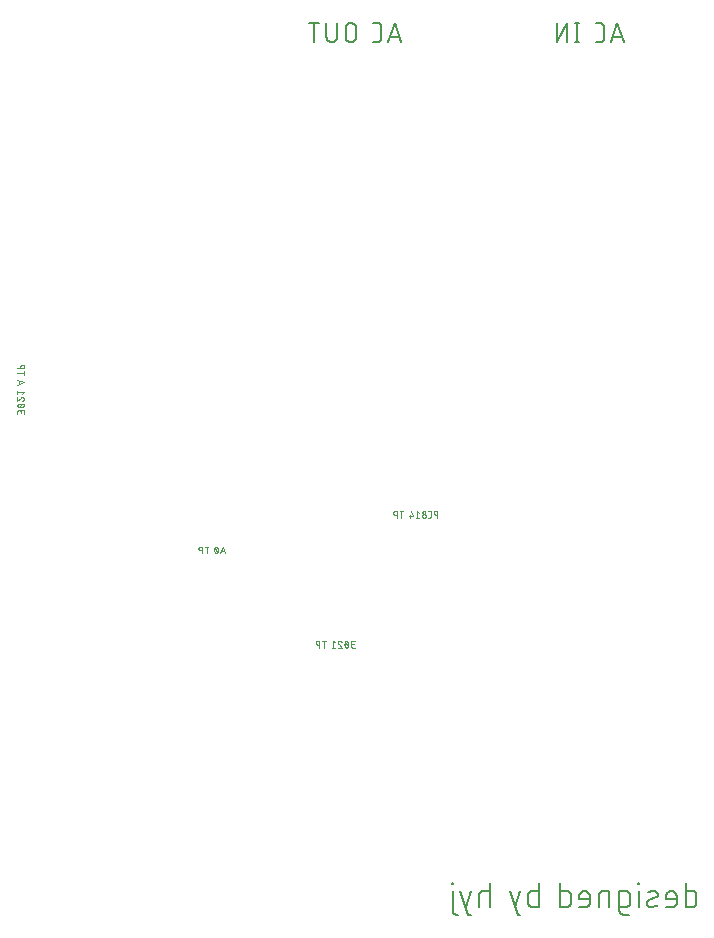
<source format=gbr>
G04 EAGLE Gerber X2 export*
%TF.Part,Single*%
%TF.FileFunction,Legend,Bot,1*%
%TF.FilePolarity,Positive*%
%TF.GenerationSoftware,Autodesk,EAGLE,9.0.0*%
%TF.CreationDate,2019-09-24T12:48:38Z*%
G75*
%MOMM*%
%FSLAX34Y34*%
%LPD*%
%AMOC8*
5,1,8,0,0,1.08239X$1,22.5*%
G01*
%ADD10C,0.152400*%
%ADD11C,0.050800*%
%ADD12C,0.177800*%


D10*
X897590Y742982D02*
X892171Y759238D01*
X886753Y742982D01*
X888107Y747046D02*
X896235Y747046D01*
X877483Y742982D02*
X873870Y742982D01*
X877483Y742982D02*
X877601Y742984D01*
X877719Y742990D01*
X877837Y742999D01*
X877954Y743013D01*
X878071Y743030D01*
X878188Y743051D01*
X878303Y743076D01*
X878418Y743105D01*
X878532Y743138D01*
X878644Y743174D01*
X878755Y743214D01*
X878865Y743257D01*
X878974Y743304D01*
X879081Y743354D01*
X879186Y743409D01*
X879289Y743466D01*
X879390Y743527D01*
X879490Y743591D01*
X879587Y743658D01*
X879682Y743728D01*
X879774Y743802D01*
X879865Y743878D01*
X879952Y743958D01*
X880037Y744040D01*
X880119Y744125D01*
X880199Y744212D01*
X880275Y744303D01*
X880349Y744395D01*
X880419Y744490D01*
X880486Y744587D01*
X880550Y744687D01*
X880611Y744788D01*
X880668Y744891D01*
X880723Y744996D01*
X880773Y745103D01*
X880820Y745212D01*
X880863Y745322D01*
X880903Y745433D01*
X880939Y745545D01*
X880972Y745659D01*
X881001Y745774D01*
X881026Y745889D01*
X881047Y746006D01*
X881064Y746123D01*
X881078Y746240D01*
X881087Y746358D01*
X881093Y746476D01*
X881095Y746594D01*
X881095Y755626D01*
X881093Y755744D01*
X881087Y755862D01*
X881078Y755980D01*
X881064Y756097D01*
X881047Y756214D01*
X881026Y756331D01*
X881001Y756446D01*
X880972Y756561D01*
X880939Y756675D01*
X880903Y756787D01*
X880863Y756898D01*
X880820Y757008D01*
X880773Y757117D01*
X880723Y757224D01*
X880668Y757329D01*
X880611Y757432D01*
X880550Y757533D01*
X880486Y757633D01*
X880419Y757730D01*
X880349Y757825D01*
X880275Y757917D01*
X880199Y758008D01*
X880119Y758095D01*
X880037Y758180D01*
X879952Y758262D01*
X879865Y758342D01*
X879774Y758418D01*
X879682Y758492D01*
X879587Y758562D01*
X879490Y758629D01*
X879390Y758693D01*
X879289Y758754D01*
X879186Y758811D01*
X879081Y758866D01*
X878974Y758916D01*
X878865Y758963D01*
X878755Y759006D01*
X878644Y759046D01*
X878532Y759082D01*
X878418Y759115D01*
X878303Y759144D01*
X878188Y759169D01*
X878071Y759190D01*
X877954Y759207D01*
X877837Y759221D01*
X877719Y759230D01*
X877601Y759236D01*
X877483Y759238D01*
X873870Y759238D01*
X858304Y759238D02*
X858304Y742982D01*
X860110Y742982D02*
X856497Y742982D01*
X856497Y759238D02*
X860110Y759238D01*
X849793Y759238D02*
X849793Y742982D01*
X840762Y742982D02*
X849793Y759238D01*
X840762Y759238D02*
X840762Y742982D01*
X708953Y742982D02*
X703534Y759238D01*
X698115Y742982D01*
X699470Y747046D02*
X707598Y747046D01*
X688845Y742982D02*
X685233Y742982D01*
X688845Y742982D02*
X688963Y742984D01*
X689081Y742990D01*
X689199Y742999D01*
X689316Y743013D01*
X689433Y743030D01*
X689550Y743051D01*
X689665Y743076D01*
X689780Y743105D01*
X689894Y743138D01*
X690006Y743174D01*
X690117Y743214D01*
X690227Y743257D01*
X690336Y743304D01*
X690443Y743354D01*
X690548Y743409D01*
X690651Y743466D01*
X690752Y743527D01*
X690852Y743591D01*
X690949Y743658D01*
X691044Y743728D01*
X691136Y743802D01*
X691227Y743878D01*
X691314Y743958D01*
X691399Y744040D01*
X691481Y744125D01*
X691561Y744212D01*
X691637Y744303D01*
X691711Y744395D01*
X691781Y744490D01*
X691848Y744587D01*
X691912Y744687D01*
X691973Y744788D01*
X692030Y744891D01*
X692085Y744996D01*
X692135Y745103D01*
X692182Y745212D01*
X692225Y745322D01*
X692265Y745433D01*
X692301Y745545D01*
X692334Y745659D01*
X692363Y745774D01*
X692388Y745889D01*
X692409Y746006D01*
X692426Y746123D01*
X692440Y746240D01*
X692449Y746358D01*
X692455Y746476D01*
X692457Y746594D01*
X692458Y746594D02*
X692458Y755626D01*
X692457Y755626D02*
X692455Y755744D01*
X692449Y755862D01*
X692440Y755980D01*
X692426Y756097D01*
X692409Y756214D01*
X692388Y756331D01*
X692363Y756446D01*
X692334Y756561D01*
X692301Y756675D01*
X692265Y756787D01*
X692225Y756898D01*
X692182Y757008D01*
X692135Y757117D01*
X692085Y757224D01*
X692030Y757329D01*
X691973Y757432D01*
X691912Y757533D01*
X691848Y757633D01*
X691781Y757730D01*
X691711Y757825D01*
X691637Y757917D01*
X691561Y758008D01*
X691481Y758095D01*
X691399Y758180D01*
X691314Y758262D01*
X691227Y758342D01*
X691136Y758418D01*
X691044Y758492D01*
X690949Y758562D01*
X690852Y758629D01*
X690752Y758693D01*
X690651Y758754D01*
X690548Y758811D01*
X690443Y758866D01*
X690336Y758916D01*
X690227Y758963D01*
X690117Y759006D01*
X690006Y759046D01*
X689894Y759082D01*
X689780Y759115D01*
X689665Y759144D01*
X689550Y759169D01*
X689433Y759190D01*
X689316Y759207D01*
X689199Y759221D01*
X689081Y759230D01*
X688963Y759236D01*
X688845Y759238D01*
X685233Y759238D01*
X671056Y754722D02*
X671056Y747498D01*
X671056Y754722D02*
X671054Y754855D01*
X671048Y754987D01*
X671038Y755119D01*
X671025Y755251D01*
X671007Y755383D01*
X670986Y755513D01*
X670961Y755644D01*
X670932Y755773D01*
X670899Y755901D01*
X670863Y756029D01*
X670823Y756155D01*
X670779Y756280D01*
X670731Y756404D01*
X670680Y756526D01*
X670625Y756647D01*
X670567Y756766D01*
X670505Y756884D01*
X670440Y756999D01*
X670371Y757113D01*
X670300Y757224D01*
X670224Y757333D01*
X670146Y757440D01*
X670065Y757545D01*
X669980Y757647D01*
X669893Y757747D01*
X669803Y757844D01*
X669710Y757939D01*
X669614Y758030D01*
X669516Y758119D01*
X669415Y758205D01*
X669311Y758288D01*
X669205Y758368D01*
X669097Y758444D01*
X668987Y758518D01*
X668874Y758588D01*
X668760Y758655D01*
X668643Y758718D01*
X668525Y758778D01*
X668405Y758835D01*
X668283Y758888D01*
X668160Y758937D01*
X668036Y758983D01*
X667910Y759025D01*
X667783Y759063D01*
X667655Y759098D01*
X667526Y759129D01*
X667397Y759156D01*
X667266Y759179D01*
X667135Y759199D01*
X667003Y759214D01*
X666871Y759226D01*
X666739Y759234D01*
X666606Y759238D01*
X666474Y759238D01*
X666341Y759234D01*
X666209Y759226D01*
X666077Y759214D01*
X665945Y759199D01*
X665814Y759179D01*
X665683Y759156D01*
X665554Y759129D01*
X665425Y759098D01*
X665297Y759063D01*
X665170Y759025D01*
X665044Y758983D01*
X664920Y758937D01*
X664797Y758888D01*
X664675Y758835D01*
X664555Y758778D01*
X664437Y758718D01*
X664320Y758655D01*
X664206Y758588D01*
X664093Y758518D01*
X663983Y758444D01*
X663875Y758368D01*
X663769Y758288D01*
X663665Y758205D01*
X663564Y758119D01*
X663466Y758030D01*
X663370Y757939D01*
X663277Y757844D01*
X663187Y757747D01*
X663100Y757647D01*
X663015Y757545D01*
X662934Y757440D01*
X662856Y757333D01*
X662780Y757224D01*
X662709Y757113D01*
X662640Y756999D01*
X662575Y756884D01*
X662513Y756766D01*
X662455Y756647D01*
X662400Y756526D01*
X662349Y756404D01*
X662301Y756280D01*
X662257Y756155D01*
X662217Y756029D01*
X662181Y755901D01*
X662148Y755773D01*
X662119Y755644D01*
X662094Y755513D01*
X662073Y755383D01*
X662055Y755251D01*
X662042Y755119D01*
X662032Y754987D01*
X662026Y754855D01*
X662024Y754722D01*
X662025Y754722D02*
X662025Y747498D01*
X662024Y747498D02*
X662026Y747365D01*
X662032Y747233D01*
X662042Y747101D01*
X662055Y746969D01*
X662073Y746837D01*
X662094Y746707D01*
X662119Y746576D01*
X662148Y746447D01*
X662181Y746319D01*
X662217Y746191D01*
X662257Y746065D01*
X662301Y745940D01*
X662349Y745816D01*
X662400Y745694D01*
X662455Y745573D01*
X662513Y745454D01*
X662575Y745336D01*
X662640Y745221D01*
X662709Y745107D01*
X662780Y744996D01*
X662856Y744887D01*
X662934Y744780D01*
X663015Y744675D01*
X663100Y744573D01*
X663187Y744473D01*
X663277Y744376D01*
X663370Y744281D01*
X663466Y744190D01*
X663564Y744101D01*
X663665Y744015D01*
X663769Y743932D01*
X663875Y743852D01*
X663983Y743776D01*
X664093Y743702D01*
X664206Y743632D01*
X664320Y743565D01*
X664437Y743502D01*
X664555Y743442D01*
X664675Y743385D01*
X664797Y743332D01*
X664920Y743283D01*
X665044Y743237D01*
X665170Y743195D01*
X665297Y743157D01*
X665425Y743122D01*
X665554Y743091D01*
X665683Y743064D01*
X665814Y743041D01*
X665945Y743021D01*
X666077Y743006D01*
X666209Y742994D01*
X666341Y742986D01*
X666474Y742982D01*
X666606Y742982D01*
X666739Y742986D01*
X666871Y742994D01*
X667003Y743006D01*
X667135Y743021D01*
X667266Y743041D01*
X667397Y743064D01*
X667526Y743091D01*
X667655Y743122D01*
X667783Y743157D01*
X667910Y743195D01*
X668036Y743237D01*
X668160Y743283D01*
X668283Y743332D01*
X668405Y743385D01*
X668525Y743442D01*
X668643Y743502D01*
X668760Y743565D01*
X668874Y743632D01*
X668987Y743702D01*
X669097Y743776D01*
X669205Y743852D01*
X669311Y743932D01*
X669415Y744015D01*
X669516Y744101D01*
X669614Y744190D01*
X669710Y744281D01*
X669803Y744376D01*
X669893Y744473D01*
X669980Y744573D01*
X670065Y744675D01*
X670146Y744780D01*
X670224Y744887D01*
X670300Y744996D01*
X670371Y745107D01*
X670440Y745221D01*
X670505Y745336D01*
X670567Y745454D01*
X670625Y745573D01*
X670680Y745694D01*
X670731Y745816D01*
X670779Y745940D01*
X670823Y746065D01*
X670863Y746191D01*
X670899Y746319D01*
X670932Y746447D01*
X670961Y746576D01*
X670986Y746707D01*
X671007Y746837D01*
X671025Y746969D01*
X671038Y747101D01*
X671048Y747233D01*
X671054Y747365D01*
X671056Y747498D01*
X654903Y747498D02*
X654903Y759238D01*
X654904Y747498D02*
X654902Y747365D01*
X654896Y747233D01*
X654886Y747101D01*
X654873Y746969D01*
X654855Y746837D01*
X654834Y746707D01*
X654809Y746576D01*
X654780Y746447D01*
X654747Y746319D01*
X654711Y746191D01*
X654671Y746065D01*
X654627Y745940D01*
X654579Y745816D01*
X654528Y745694D01*
X654473Y745573D01*
X654415Y745454D01*
X654353Y745336D01*
X654288Y745221D01*
X654219Y745107D01*
X654148Y744996D01*
X654072Y744887D01*
X653994Y744780D01*
X653913Y744675D01*
X653828Y744573D01*
X653741Y744473D01*
X653651Y744376D01*
X653558Y744281D01*
X653462Y744190D01*
X653364Y744101D01*
X653263Y744015D01*
X653159Y743932D01*
X653053Y743852D01*
X652945Y743776D01*
X652835Y743702D01*
X652722Y743632D01*
X652608Y743565D01*
X652491Y743502D01*
X652373Y743442D01*
X652253Y743385D01*
X652131Y743332D01*
X652008Y743283D01*
X651884Y743237D01*
X651758Y743195D01*
X651631Y743157D01*
X651503Y743122D01*
X651374Y743091D01*
X651245Y743064D01*
X651114Y743041D01*
X650983Y743021D01*
X650851Y743006D01*
X650719Y742994D01*
X650587Y742986D01*
X650454Y742982D01*
X650322Y742982D01*
X650189Y742986D01*
X650057Y742994D01*
X649925Y743006D01*
X649793Y743021D01*
X649662Y743041D01*
X649531Y743064D01*
X649402Y743091D01*
X649273Y743122D01*
X649145Y743157D01*
X649018Y743195D01*
X648892Y743237D01*
X648768Y743283D01*
X648645Y743332D01*
X648523Y743385D01*
X648403Y743442D01*
X648285Y743502D01*
X648168Y743565D01*
X648054Y743632D01*
X647941Y743702D01*
X647831Y743776D01*
X647723Y743852D01*
X647617Y743932D01*
X647513Y744015D01*
X647412Y744101D01*
X647314Y744190D01*
X647218Y744281D01*
X647125Y744376D01*
X647035Y744473D01*
X646948Y744573D01*
X646863Y744675D01*
X646782Y744780D01*
X646704Y744887D01*
X646628Y744996D01*
X646557Y745107D01*
X646488Y745221D01*
X646423Y745336D01*
X646361Y745454D01*
X646303Y745573D01*
X646248Y745694D01*
X646197Y745816D01*
X646149Y745940D01*
X646105Y746065D01*
X646065Y746191D01*
X646029Y746319D01*
X645996Y746447D01*
X645967Y746576D01*
X645942Y746707D01*
X645921Y746837D01*
X645903Y746969D01*
X645890Y747101D01*
X645880Y747233D01*
X645874Y747365D01*
X645872Y747498D01*
X645872Y759238D01*
X635278Y759238D02*
X635278Y742982D01*
X639793Y759238D02*
X630762Y759238D01*
D11*
X384158Y429889D02*
X384158Y428337D01*
X384158Y429889D02*
X384160Y429966D01*
X384166Y430044D01*
X384175Y430120D01*
X384189Y430197D01*
X384206Y430272D01*
X384227Y430346D01*
X384252Y430420D01*
X384280Y430492D01*
X384312Y430562D01*
X384347Y430631D01*
X384386Y430698D01*
X384428Y430763D01*
X384473Y430826D01*
X384521Y430887D01*
X384572Y430945D01*
X384626Y431000D01*
X384683Y431053D01*
X384742Y431102D01*
X384804Y431149D01*
X384868Y431193D01*
X384934Y431233D01*
X385002Y431270D01*
X385072Y431304D01*
X385143Y431334D01*
X385216Y431360D01*
X385290Y431383D01*
X385365Y431402D01*
X385440Y431417D01*
X385517Y431429D01*
X385594Y431437D01*
X385671Y431441D01*
X385749Y431441D01*
X385826Y431437D01*
X385903Y431429D01*
X385980Y431417D01*
X386055Y431402D01*
X386130Y431383D01*
X386204Y431360D01*
X386277Y431334D01*
X386348Y431304D01*
X386418Y431270D01*
X386486Y431233D01*
X386552Y431193D01*
X386616Y431149D01*
X386678Y431102D01*
X386737Y431053D01*
X386794Y431000D01*
X386848Y430945D01*
X386899Y430887D01*
X386947Y430826D01*
X386992Y430763D01*
X387034Y430698D01*
X387073Y430631D01*
X387108Y430562D01*
X387140Y430492D01*
X387168Y430420D01*
X387193Y430346D01*
X387214Y430272D01*
X387231Y430197D01*
X387245Y430120D01*
X387254Y430044D01*
X387260Y429966D01*
X387262Y429889D01*
X389746Y430200D02*
X389746Y428337D01*
X389746Y430200D02*
X389744Y430270D01*
X389738Y430339D01*
X389728Y430408D01*
X389715Y430476D01*
X389697Y430544D01*
X389676Y430610D01*
X389651Y430675D01*
X389623Y430739D01*
X389591Y430801D01*
X389556Y430861D01*
X389517Y430919D01*
X389475Y430974D01*
X389430Y431028D01*
X389382Y431078D01*
X389332Y431126D01*
X389278Y431171D01*
X389223Y431213D01*
X389165Y431252D01*
X389105Y431287D01*
X389043Y431319D01*
X388979Y431347D01*
X388914Y431372D01*
X388848Y431393D01*
X388780Y431411D01*
X388712Y431424D01*
X388643Y431434D01*
X388574Y431440D01*
X388504Y431442D01*
X388434Y431440D01*
X388365Y431434D01*
X388296Y431424D01*
X388228Y431411D01*
X388160Y431393D01*
X388094Y431372D01*
X388029Y431347D01*
X387965Y431319D01*
X387903Y431287D01*
X387843Y431252D01*
X387785Y431213D01*
X387730Y431171D01*
X387676Y431126D01*
X387626Y431078D01*
X387578Y431028D01*
X387533Y430974D01*
X387491Y430919D01*
X387452Y430861D01*
X387417Y430801D01*
X387385Y430739D01*
X387357Y430675D01*
X387332Y430610D01*
X387311Y430544D01*
X387293Y430476D01*
X387280Y430408D01*
X387270Y430339D01*
X387264Y430270D01*
X387262Y430200D01*
X387262Y428958D01*
X386952Y433823D02*
X387083Y433825D01*
X387213Y433830D01*
X387343Y433840D01*
X387473Y433853D01*
X387603Y433869D01*
X387732Y433889D01*
X387860Y433913D01*
X387987Y433941D01*
X388114Y433972D01*
X388240Y434007D01*
X388365Y434045D01*
X388489Y434087D01*
X388611Y434132D01*
X388732Y434181D01*
X388852Y434233D01*
X388970Y434289D01*
X389030Y434312D01*
X389090Y434338D01*
X389147Y434367D01*
X389203Y434400D01*
X389257Y434436D01*
X389309Y434474D01*
X389359Y434516D01*
X389406Y434560D01*
X389451Y434607D01*
X389493Y434657D01*
X389532Y434708D01*
X389568Y434762D01*
X389601Y434818D01*
X389631Y434875D01*
X389658Y434934D01*
X389681Y434995D01*
X389701Y435056D01*
X389717Y435119D01*
X389730Y435183D01*
X389739Y435247D01*
X389744Y435311D01*
X389746Y435376D01*
X389744Y435441D01*
X389739Y435505D01*
X389730Y435569D01*
X389717Y435633D01*
X389701Y435696D01*
X389681Y435757D01*
X389658Y435818D01*
X389631Y435877D01*
X389601Y435934D01*
X389568Y435990D01*
X389532Y436044D01*
X389493Y436095D01*
X389451Y436145D01*
X389406Y436192D01*
X389359Y436236D01*
X389309Y436278D01*
X389257Y436316D01*
X389203Y436352D01*
X389147Y436385D01*
X389090Y436414D01*
X389030Y436440D01*
X388970Y436463D01*
X388970Y436462D02*
X388852Y436518D01*
X388732Y436570D01*
X388611Y436619D01*
X388489Y436664D01*
X388365Y436706D01*
X388240Y436744D01*
X388114Y436779D01*
X387988Y436810D01*
X387860Y436838D01*
X387732Y436862D01*
X387603Y436882D01*
X387473Y436898D01*
X387343Y436911D01*
X387213Y436921D01*
X387083Y436926D01*
X386952Y436928D01*
X386952Y433823D02*
X386821Y433825D01*
X386691Y433830D01*
X386561Y433840D01*
X386431Y433853D01*
X386301Y433869D01*
X386172Y433889D01*
X386044Y433913D01*
X385917Y433941D01*
X385790Y433972D01*
X385664Y434007D01*
X385539Y434045D01*
X385415Y434087D01*
X385293Y434132D01*
X385172Y434181D01*
X385052Y434233D01*
X384934Y434289D01*
X384874Y434312D01*
X384814Y434338D01*
X384757Y434367D01*
X384701Y434400D01*
X384647Y434436D01*
X384595Y434474D01*
X384545Y434516D01*
X384498Y434560D01*
X384453Y434607D01*
X384411Y434657D01*
X384372Y434708D01*
X384336Y434762D01*
X384303Y434818D01*
X384273Y434875D01*
X384246Y434934D01*
X384223Y434995D01*
X384203Y435056D01*
X384187Y435119D01*
X384174Y435183D01*
X384165Y435247D01*
X384160Y435311D01*
X384158Y435376D01*
X384934Y436462D02*
X385052Y436518D01*
X385172Y436570D01*
X385293Y436619D01*
X385415Y436664D01*
X385539Y436706D01*
X385664Y436744D01*
X385790Y436779D01*
X385916Y436810D01*
X386044Y436838D01*
X386172Y436862D01*
X386301Y436882D01*
X386431Y436898D01*
X386561Y436911D01*
X386691Y436921D01*
X386821Y436926D01*
X386952Y436928D01*
X384934Y436463D02*
X384874Y436440D01*
X384814Y436414D01*
X384757Y436385D01*
X384701Y436352D01*
X384647Y436316D01*
X384595Y436278D01*
X384545Y436236D01*
X384498Y436192D01*
X384453Y436145D01*
X384411Y436095D01*
X384372Y436044D01*
X384336Y435990D01*
X384303Y435934D01*
X384273Y435877D01*
X384246Y435818D01*
X384223Y435757D01*
X384203Y435696D01*
X384187Y435633D01*
X384174Y435569D01*
X384165Y435505D01*
X384160Y435441D01*
X384158Y435376D01*
X385400Y434134D02*
X388504Y436617D01*
X389746Y441017D02*
X389744Y441090D01*
X389738Y441163D01*
X389729Y441236D01*
X389715Y441307D01*
X389698Y441379D01*
X389678Y441449D01*
X389653Y441518D01*
X389625Y441585D01*
X389594Y441651D01*
X389559Y441716D01*
X389521Y441778D01*
X389479Y441838D01*
X389435Y441896D01*
X389387Y441952D01*
X389337Y442005D01*
X389284Y442055D01*
X389228Y442103D01*
X389170Y442147D01*
X389110Y442189D01*
X389048Y442227D01*
X388983Y442262D01*
X388917Y442293D01*
X388850Y442321D01*
X388781Y442346D01*
X388711Y442366D01*
X388639Y442383D01*
X388568Y442397D01*
X388495Y442406D01*
X388422Y442412D01*
X388349Y442414D01*
X389746Y441017D02*
X389744Y440933D01*
X389738Y440850D01*
X389729Y440767D01*
X389715Y440685D01*
X389698Y440603D01*
X389676Y440522D01*
X389651Y440442D01*
X389623Y440364D01*
X389591Y440286D01*
X389555Y440211D01*
X389516Y440137D01*
X389473Y440065D01*
X389427Y439995D01*
X389378Y439928D01*
X389325Y439862D01*
X389270Y439800D01*
X389212Y439740D01*
X389151Y439682D01*
X389088Y439628D01*
X389022Y439576D01*
X388954Y439528D01*
X388883Y439483D01*
X388811Y439441D01*
X388736Y439403D01*
X388660Y439368D01*
X388583Y439337D01*
X388504Y439309D01*
X387263Y441948D02*
X387316Y442002D01*
X387373Y442053D01*
X387432Y442101D01*
X387493Y442146D01*
X387556Y442187D01*
X387622Y442226D01*
X387689Y442261D01*
X387758Y442293D01*
X387829Y442321D01*
X387900Y442345D01*
X387973Y442366D01*
X388047Y442383D01*
X388122Y442397D01*
X388197Y442406D01*
X388273Y442412D01*
X388349Y442414D01*
X387262Y441948D02*
X384158Y439310D01*
X384158Y442414D01*
X388504Y444796D02*
X389746Y446348D01*
X384158Y446348D01*
X384158Y444796D02*
X384158Y447900D01*
X384158Y452898D02*
X389746Y454761D01*
X384158Y456623D01*
X385555Y456158D02*
X385555Y453364D01*
X384158Y462807D02*
X389746Y462807D01*
X389746Y461255D02*
X389746Y464360D01*
X389746Y466642D02*
X384158Y466642D01*
X389746Y466642D02*
X389746Y468194D01*
X389744Y468271D01*
X389738Y468349D01*
X389729Y468425D01*
X389715Y468502D01*
X389698Y468577D01*
X389677Y468651D01*
X389652Y468725D01*
X389624Y468797D01*
X389592Y468867D01*
X389557Y468936D01*
X389518Y469003D01*
X389476Y469068D01*
X389431Y469131D01*
X389383Y469192D01*
X389332Y469250D01*
X389278Y469305D01*
X389221Y469358D01*
X389162Y469407D01*
X389100Y469454D01*
X389036Y469498D01*
X388970Y469538D01*
X388902Y469575D01*
X388832Y469609D01*
X388761Y469639D01*
X388688Y469665D01*
X388614Y469688D01*
X388539Y469707D01*
X388464Y469722D01*
X388387Y469734D01*
X388310Y469742D01*
X388233Y469746D01*
X388155Y469746D01*
X388078Y469742D01*
X388001Y469734D01*
X387924Y469722D01*
X387849Y469707D01*
X387774Y469688D01*
X387700Y469665D01*
X387627Y469639D01*
X387556Y469609D01*
X387486Y469575D01*
X387418Y469538D01*
X387352Y469498D01*
X387288Y469454D01*
X387226Y469407D01*
X387167Y469358D01*
X387110Y469305D01*
X387056Y469250D01*
X387005Y469192D01*
X386957Y469131D01*
X386912Y469068D01*
X386870Y469003D01*
X386831Y468936D01*
X386796Y468867D01*
X386764Y468797D01*
X386736Y468725D01*
X386711Y468651D01*
X386690Y468577D01*
X386673Y468502D01*
X386659Y468425D01*
X386650Y468349D01*
X386644Y468271D01*
X386642Y468194D01*
X386642Y466642D01*
X557883Y315842D02*
X559746Y310254D01*
X556021Y310254D02*
X557883Y315842D01*
X556486Y311651D02*
X559280Y311651D01*
X553949Y313048D02*
X553947Y313179D01*
X553942Y313309D01*
X553932Y313439D01*
X553919Y313569D01*
X553903Y313699D01*
X553883Y313828D01*
X553859Y313956D01*
X553831Y314083D01*
X553800Y314210D01*
X553765Y314336D01*
X553727Y314461D01*
X553685Y314585D01*
X553640Y314707D01*
X553591Y314828D01*
X553539Y314948D01*
X553483Y315066D01*
X553484Y315066D02*
X553461Y315126D01*
X553435Y315186D01*
X553406Y315243D01*
X553373Y315299D01*
X553337Y315353D01*
X553299Y315405D01*
X553257Y315455D01*
X553213Y315502D01*
X553166Y315547D01*
X553116Y315589D01*
X553065Y315628D01*
X553011Y315664D01*
X552955Y315697D01*
X552898Y315727D01*
X552839Y315754D01*
X552778Y315777D01*
X552717Y315797D01*
X552654Y315813D01*
X552590Y315826D01*
X552526Y315835D01*
X552462Y315840D01*
X552397Y315842D01*
X552332Y315840D01*
X552268Y315835D01*
X552204Y315826D01*
X552140Y315813D01*
X552077Y315797D01*
X552016Y315777D01*
X551955Y315754D01*
X551896Y315727D01*
X551839Y315697D01*
X551783Y315664D01*
X551729Y315628D01*
X551678Y315589D01*
X551628Y315547D01*
X551581Y315502D01*
X551537Y315455D01*
X551495Y315405D01*
X551457Y315353D01*
X551421Y315299D01*
X551388Y315243D01*
X551359Y315186D01*
X551333Y315126D01*
X551310Y315066D01*
X551254Y314948D01*
X551202Y314828D01*
X551153Y314707D01*
X551108Y314585D01*
X551066Y314461D01*
X551028Y314336D01*
X550993Y314210D01*
X550962Y314084D01*
X550934Y313956D01*
X550910Y313828D01*
X550890Y313699D01*
X550874Y313569D01*
X550861Y313439D01*
X550851Y313309D01*
X550846Y313179D01*
X550844Y313048D01*
X553949Y313048D02*
X553947Y312917D01*
X553942Y312787D01*
X553932Y312657D01*
X553919Y312527D01*
X553903Y312397D01*
X553883Y312269D01*
X553859Y312140D01*
X553831Y312013D01*
X553800Y311886D01*
X553765Y311760D01*
X553727Y311635D01*
X553685Y311512D01*
X553640Y311389D01*
X553591Y311268D01*
X553539Y311148D01*
X553483Y311030D01*
X553484Y311030D02*
X553461Y310970D01*
X553435Y310910D01*
X553406Y310853D01*
X553373Y310797D01*
X553337Y310743D01*
X553299Y310691D01*
X553257Y310641D01*
X553213Y310594D01*
X553166Y310549D01*
X553116Y310507D01*
X553065Y310468D01*
X553011Y310432D01*
X552955Y310399D01*
X552898Y310369D01*
X552839Y310342D01*
X552778Y310319D01*
X552717Y310299D01*
X552654Y310283D01*
X552590Y310270D01*
X552526Y310261D01*
X552462Y310256D01*
X552397Y310254D01*
X551311Y311030D02*
X551255Y311148D01*
X551203Y311268D01*
X551154Y311389D01*
X551109Y311511D01*
X551067Y311635D01*
X551029Y311760D01*
X550994Y311886D01*
X550963Y312012D01*
X550935Y312140D01*
X550911Y312268D01*
X550891Y312397D01*
X550875Y312527D01*
X550862Y312657D01*
X550852Y312787D01*
X550847Y312917D01*
X550845Y313048D01*
X551310Y311030D02*
X551333Y310970D01*
X551359Y310910D01*
X551388Y310853D01*
X551421Y310797D01*
X551457Y310743D01*
X551495Y310691D01*
X551537Y310641D01*
X551581Y310594D01*
X551628Y310549D01*
X551678Y310507D01*
X551729Y310468D01*
X551783Y310432D01*
X551839Y310399D01*
X551896Y310369D01*
X551955Y310342D01*
X552016Y310319D01*
X552077Y310299D01*
X552140Y310283D01*
X552204Y310270D01*
X552268Y310261D01*
X552332Y310256D01*
X552397Y310254D01*
X553639Y311496D02*
X551155Y314600D01*
X544350Y315842D02*
X544350Y310254D01*
X545903Y315842D02*
X542798Y315842D01*
X540516Y315842D02*
X540516Y310254D01*
X540516Y315842D02*
X538964Y315842D01*
X538887Y315840D01*
X538809Y315834D01*
X538733Y315825D01*
X538656Y315811D01*
X538581Y315794D01*
X538507Y315773D01*
X538433Y315748D01*
X538361Y315720D01*
X538291Y315688D01*
X538222Y315653D01*
X538155Y315614D01*
X538090Y315572D01*
X538027Y315527D01*
X537966Y315479D01*
X537908Y315428D01*
X537853Y315374D01*
X537800Y315317D01*
X537751Y315258D01*
X537704Y315196D01*
X537660Y315132D01*
X537620Y315066D01*
X537583Y314998D01*
X537549Y314928D01*
X537519Y314857D01*
X537493Y314784D01*
X537470Y314710D01*
X537451Y314635D01*
X537436Y314560D01*
X537424Y314483D01*
X537416Y314406D01*
X537412Y314329D01*
X537412Y314251D01*
X537416Y314174D01*
X537424Y314097D01*
X537436Y314020D01*
X537451Y313945D01*
X537470Y313870D01*
X537493Y313796D01*
X537519Y313723D01*
X537549Y313652D01*
X537583Y313582D01*
X537620Y313514D01*
X537660Y313448D01*
X537704Y313384D01*
X537751Y313322D01*
X537800Y313263D01*
X537853Y313206D01*
X537908Y313152D01*
X537966Y313101D01*
X538027Y313053D01*
X538090Y313008D01*
X538155Y312966D01*
X538222Y312927D01*
X538291Y312892D01*
X538361Y312860D01*
X538433Y312832D01*
X538507Y312807D01*
X538581Y312786D01*
X538656Y312769D01*
X538733Y312755D01*
X538809Y312746D01*
X538887Y312740D01*
X538964Y312738D01*
X540516Y312738D01*
X739746Y340254D02*
X739746Y345842D01*
X738194Y345842D01*
X738117Y345840D01*
X738039Y345834D01*
X737963Y345825D01*
X737886Y345811D01*
X737811Y345794D01*
X737737Y345773D01*
X737663Y345748D01*
X737591Y345720D01*
X737521Y345688D01*
X737452Y345653D01*
X737385Y345614D01*
X737320Y345572D01*
X737257Y345527D01*
X737196Y345479D01*
X737138Y345428D01*
X737083Y345374D01*
X737030Y345317D01*
X736981Y345258D01*
X736934Y345196D01*
X736890Y345132D01*
X736850Y345066D01*
X736813Y344998D01*
X736779Y344928D01*
X736749Y344857D01*
X736723Y344784D01*
X736700Y344710D01*
X736681Y344635D01*
X736666Y344560D01*
X736654Y344483D01*
X736646Y344406D01*
X736642Y344329D01*
X736642Y344251D01*
X736646Y344174D01*
X736654Y344097D01*
X736666Y344020D01*
X736681Y343945D01*
X736700Y343870D01*
X736723Y343796D01*
X736749Y343723D01*
X736779Y343652D01*
X736813Y343582D01*
X736850Y343514D01*
X736890Y343448D01*
X736934Y343384D01*
X736981Y343322D01*
X737030Y343263D01*
X737083Y343206D01*
X737138Y343152D01*
X737196Y343101D01*
X737257Y343053D01*
X737320Y343008D01*
X737385Y342966D01*
X737452Y342927D01*
X737521Y342892D01*
X737591Y342860D01*
X737663Y342832D01*
X737737Y342807D01*
X737811Y342786D01*
X737886Y342769D01*
X737963Y342755D01*
X738039Y342746D01*
X738117Y342740D01*
X738194Y342738D01*
X739746Y342738D01*
X733300Y340254D02*
X732058Y340254D01*
X733300Y340254D02*
X733370Y340256D01*
X733439Y340262D01*
X733508Y340272D01*
X733576Y340285D01*
X733644Y340303D01*
X733710Y340324D01*
X733775Y340349D01*
X733839Y340377D01*
X733901Y340409D01*
X733961Y340444D01*
X734019Y340483D01*
X734074Y340525D01*
X734128Y340570D01*
X734178Y340618D01*
X734226Y340668D01*
X734271Y340722D01*
X734313Y340777D01*
X734352Y340835D01*
X734387Y340895D01*
X734419Y340957D01*
X734447Y341021D01*
X734472Y341086D01*
X734493Y341152D01*
X734511Y341220D01*
X734524Y341288D01*
X734534Y341357D01*
X734540Y341426D01*
X734542Y341496D01*
X734542Y344600D01*
X734540Y344670D01*
X734534Y344739D01*
X734524Y344808D01*
X734511Y344876D01*
X734493Y344944D01*
X734472Y345010D01*
X734447Y345075D01*
X734419Y345139D01*
X734387Y345201D01*
X734352Y345261D01*
X734313Y345319D01*
X734271Y345374D01*
X734226Y345428D01*
X734178Y345478D01*
X734128Y345526D01*
X734074Y345571D01*
X734019Y345613D01*
X733961Y345652D01*
X733901Y345687D01*
X733839Y345719D01*
X733775Y345747D01*
X733710Y345772D01*
X733644Y345793D01*
X733576Y345811D01*
X733508Y345824D01*
X733439Y345834D01*
X733370Y345840D01*
X733300Y345842D01*
X732058Y345842D01*
X729953Y341806D02*
X729951Y341883D01*
X729945Y341961D01*
X729936Y342037D01*
X729922Y342114D01*
X729905Y342189D01*
X729884Y342263D01*
X729859Y342337D01*
X729831Y342409D01*
X729799Y342479D01*
X729764Y342548D01*
X729725Y342615D01*
X729683Y342680D01*
X729638Y342743D01*
X729590Y342804D01*
X729539Y342862D01*
X729485Y342917D01*
X729428Y342970D01*
X729369Y343019D01*
X729307Y343066D01*
X729243Y343110D01*
X729177Y343150D01*
X729109Y343187D01*
X729039Y343221D01*
X728968Y343251D01*
X728895Y343277D01*
X728821Y343300D01*
X728746Y343319D01*
X728671Y343334D01*
X728594Y343346D01*
X728517Y343354D01*
X728440Y343358D01*
X728362Y343358D01*
X728285Y343354D01*
X728208Y343346D01*
X728131Y343334D01*
X728056Y343319D01*
X727981Y343300D01*
X727907Y343277D01*
X727834Y343251D01*
X727763Y343221D01*
X727693Y343187D01*
X727625Y343150D01*
X727559Y343110D01*
X727495Y343066D01*
X727433Y343019D01*
X727374Y342970D01*
X727317Y342917D01*
X727263Y342862D01*
X727212Y342804D01*
X727164Y342743D01*
X727119Y342680D01*
X727077Y342615D01*
X727038Y342548D01*
X727003Y342479D01*
X726971Y342409D01*
X726943Y342337D01*
X726918Y342263D01*
X726897Y342189D01*
X726880Y342114D01*
X726866Y342037D01*
X726857Y341961D01*
X726851Y341883D01*
X726849Y341806D01*
X726851Y341729D01*
X726857Y341651D01*
X726866Y341575D01*
X726880Y341498D01*
X726897Y341423D01*
X726918Y341349D01*
X726943Y341275D01*
X726971Y341203D01*
X727003Y341133D01*
X727038Y341064D01*
X727077Y340997D01*
X727119Y340932D01*
X727164Y340869D01*
X727212Y340808D01*
X727263Y340750D01*
X727317Y340695D01*
X727374Y340642D01*
X727433Y340593D01*
X727495Y340546D01*
X727559Y340502D01*
X727625Y340462D01*
X727693Y340425D01*
X727763Y340391D01*
X727834Y340361D01*
X727907Y340335D01*
X727981Y340312D01*
X728056Y340293D01*
X728131Y340278D01*
X728208Y340266D01*
X728285Y340258D01*
X728362Y340254D01*
X728440Y340254D01*
X728517Y340258D01*
X728594Y340266D01*
X728671Y340278D01*
X728746Y340293D01*
X728821Y340312D01*
X728895Y340335D01*
X728968Y340361D01*
X729039Y340391D01*
X729109Y340425D01*
X729177Y340462D01*
X729243Y340502D01*
X729307Y340546D01*
X729369Y340593D01*
X729428Y340642D01*
X729485Y340695D01*
X729539Y340750D01*
X729590Y340808D01*
X729638Y340869D01*
X729683Y340932D01*
X729725Y340997D01*
X729764Y341064D01*
X729799Y341133D01*
X729831Y341203D01*
X729859Y341275D01*
X729884Y341349D01*
X729905Y341423D01*
X729922Y341498D01*
X729936Y341575D01*
X729945Y341651D01*
X729951Y341729D01*
X729953Y341806D01*
X729643Y344600D02*
X729641Y344670D01*
X729635Y344739D01*
X729625Y344808D01*
X729612Y344876D01*
X729594Y344944D01*
X729573Y345010D01*
X729548Y345075D01*
X729520Y345139D01*
X729488Y345201D01*
X729453Y345261D01*
X729414Y345319D01*
X729372Y345374D01*
X729327Y345428D01*
X729279Y345478D01*
X729229Y345526D01*
X729175Y345571D01*
X729120Y345613D01*
X729062Y345652D01*
X729002Y345687D01*
X728940Y345719D01*
X728876Y345747D01*
X728811Y345772D01*
X728745Y345793D01*
X728677Y345811D01*
X728609Y345824D01*
X728540Y345834D01*
X728471Y345840D01*
X728401Y345842D01*
X728331Y345840D01*
X728262Y345834D01*
X728193Y345824D01*
X728125Y345811D01*
X728057Y345793D01*
X727991Y345772D01*
X727926Y345747D01*
X727862Y345719D01*
X727800Y345687D01*
X727740Y345652D01*
X727682Y345613D01*
X727627Y345571D01*
X727573Y345526D01*
X727523Y345478D01*
X727475Y345428D01*
X727430Y345374D01*
X727388Y345319D01*
X727349Y345261D01*
X727314Y345201D01*
X727282Y345139D01*
X727254Y345075D01*
X727229Y345010D01*
X727208Y344944D01*
X727190Y344876D01*
X727177Y344808D01*
X727167Y344739D01*
X727161Y344670D01*
X727159Y344600D01*
X727161Y344530D01*
X727167Y344461D01*
X727177Y344392D01*
X727190Y344324D01*
X727208Y344256D01*
X727229Y344190D01*
X727254Y344125D01*
X727282Y344061D01*
X727314Y343999D01*
X727349Y343939D01*
X727388Y343881D01*
X727430Y343826D01*
X727475Y343772D01*
X727523Y343722D01*
X727573Y343674D01*
X727627Y343629D01*
X727682Y343587D01*
X727740Y343548D01*
X727800Y343513D01*
X727862Y343481D01*
X727926Y343453D01*
X727991Y343428D01*
X728057Y343407D01*
X728125Y343389D01*
X728193Y343376D01*
X728262Y343366D01*
X728331Y343360D01*
X728401Y343358D01*
X728471Y343360D01*
X728540Y343366D01*
X728609Y343376D01*
X728677Y343389D01*
X728745Y343407D01*
X728811Y343428D01*
X728876Y343453D01*
X728940Y343481D01*
X729002Y343513D01*
X729062Y343548D01*
X729120Y343587D01*
X729175Y343629D01*
X729229Y343674D01*
X729279Y343722D01*
X729327Y343772D01*
X729372Y343826D01*
X729414Y343881D01*
X729453Y343939D01*
X729488Y343999D01*
X729520Y344061D01*
X729548Y344125D01*
X729573Y344190D01*
X729594Y344256D01*
X729612Y344324D01*
X729625Y344392D01*
X729635Y344461D01*
X729641Y344530D01*
X729643Y344600D01*
X724467Y344600D02*
X722915Y345842D01*
X722915Y340254D01*
X724467Y340254D02*
X721363Y340254D01*
X718981Y341496D02*
X717739Y345842D01*
X718981Y341496D02*
X715876Y341496D01*
X716808Y342738D02*
X716808Y340254D01*
X709382Y340254D02*
X709382Y345842D01*
X710934Y345842D02*
X707830Y345842D01*
X705548Y345842D02*
X705548Y340254D01*
X705548Y345842D02*
X703995Y345842D01*
X703918Y345840D01*
X703840Y345834D01*
X703764Y345825D01*
X703687Y345811D01*
X703612Y345794D01*
X703538Y345773D01*
X703464Y345748D01*
X703392Y345720D01*
X703322Y345688D01*
X703253Y345653D01*
X703186Y345614D01*
X703121Y345572D01*
X703058Y345527D01*
X702997Y345479D01*
X702939Y345428D01*
X702884Y345374D01*
X702831Y345317D01*
X702782Y345258D01*
X702735Y345196D01*
X702691Y345132D01*
X702651Y345066D01*
X702614Y344998D01*
X702580Y344928D01*
X702550Y344857D01*
X702524Y344784D01*
X702501Y344710D01*
X702482Y344635D01*
X702467Y344560D01*
X702455Y344483D01*
X702447Y344406D01*
X702443Y344329D01*
X702443Y344251D01*
X702447Y344174D01*
X702455Y344097D01*
X702467Y344020D01*
X702482Y343945D01*
X702501Y343870D01*
X702524Y343796D01*
X702550Y343723D01*
X702580Y343652D01*
X702614Y343582D01*
X702651Y343514D01*
X702691Y343448D01*
X702735Y343384D01*
X702782Y343322D01*
X702831Y343263D01*
X702884Y343206D01*
X702939Y343152D01*
X702997Y343101D01*
X703058Y343053D01*
X703121Y343008D01*
X703186Y342966D01*
X703253Y342927D01*
X703322Y342892D01*
X703392Y342860D01*
X703464Y342832D01*
X703538Y342807D01*
X703612Y342786D01*
X703687Y342769D01*
X703764Y342755D01*
X703840Y342746D01*
X703918Y342740D01*
X703995Y342738D01*
X705548Y342738D01*
X669746Y230254D02*
X668194Y230254D01*
X668117Y230256D01*
X668039Y230262D01*
X667963Y230271D01*
X667886Y230285D01*
X667811Y230302D01*
X667737Y230323D01*
X667663Y230348D01*
X667591Y230376D01*
X667521Y230408D01*
X667452Y230443D01*
X667385Y230482D01*
X667320Y230524D01*
X667257Y230569D01*
X667196Y230617D01*
X667138Y230668D01*
X667083Y230722D01*
X667030Y230779D01*
X666981Y230838D01*
X666934Y230900D01*
X666890Y230964D01*
X666850Y231030D01*
X666813Y231098D01*
X666779Y231168D01*
X666749Y231239D01*
X666723Y231312D01*
X666700Y231386D01*
X666681Y231461D01*
X666666Y231536D01*
X666654Y231613D01*
X666646Y231690D01*
X666642Y231767D01*
X666642Y231845D01*
X666646Y231922D01*
X666654Y231999D01*
X666666Y232076D01*
X666681Y232151D01*
X666700Y232226D01*
X666723Y232300D01*
X666749Y232373D01*
X666779Y232444D01*
X666813Y232514D01*
X666850Y232582D01*
X666890Y232648D01*
X666934Y232712D01*
X666981Y232774D01*
X667030Y232833D01*
X667083Y232890D01*
X667138Y232944D01*
X667196Y232995D01*
X667257Y233043D01*
X667320Y233088D01*
X667385Y233130D01*
X667452Y233169D01*
X667521Y233204D01*
X667591Y233236D01*
X667663Y233264D01*
X667737Y233289D01*
X667811Y233310D01*
X667886Y233327D01*
X667963Y233341D01*
X668039Y233350D01*
X668117Y233356D01*
X668194Y233358D01*
X667883Y235842D02*
X669746Y235842D01*
X667883Y235842D02*
X667813Y235840D01*
X667744Y235834D01*
X667675Y235824D01*
X667607Y235811D01*
X667539Y235793D01*
X667473Y235772D01*
X667408Y235747D01*
X667344Y235719D01*
X667282Y235687D01*
X667222Y235652D01*
X667164Y235613D01*
X667109Y235571D01*
X667055Y235526D01*
X667005Y235478D01*
X666957Y235428D01*
X666912Y235374D01*
X666870Y235319D01*
X666831Y235261D01*
X666796Y235201D01*
X666764Y235139D01*
X666736Y235075D01*
X666711Y235010D01*
X666690Y234944D01*
X666672Y234876D01*
X666659Y234808D01*
X666649Y234739D01*
X666643Y234670D01*
X666641Y234600D01*
X666643Y234530D01*
X666649Y234461D01*
X666659Y234392D01*
X666672Y234324D01*
X666690Y234256D01*
X666711Y234190D01*
X666736Y234125D01*
X666764Y234061D01*
X666796Y233999D01*
X666831Y233939D01*
X666870Y233881D01*
X666912Y233826D01*
X666957Y233772D01*
X667005Y233722D01*
X667055Y233674D01*
X667109Y233629D01*
X667164Y233587D01*
X667222Y233548D01*
X667282Y233513D01*
X667344Y233481D01*
X667408Y233453D01*
X667473Y233428D01*
X667539Y233407D01*
X667607Y233389D01*
X667675Y233376D01*
X667744Y233366D01*
X667813Y233360D01*
X667883Y233358D01*
X669125Y233358D01*
X664260Y233048D02*
X664258Y233179D01*
X664253Y233309D01*
X664243Y233439D01*
X664230Y233569D01*
X664214Y233699D01*
X664194Y233828D01*
X664170Y233956D01*
X664142Y234083D01*
X664111Y234210D01*
X664076Y234336D01*
X664038Y234461D01*
X663996Y234585D01*
X663951Y234707D01*
X663902Y234828D01*
X663850Y234948D01*
X663794Y235066D01*
X663771Y235126D01*
X663745Y235186D01*
X663716Y235243D01*
X663683Y235299D01*
X663647Y235353D01*
X663609Y235405D01*
X663567Y235455D01*
X663523Y235502D01*
X663476Y235547D01*
X663426Y235589D01*
X663375Y235628D01*
X663321Y235664D01*
X663265Y235697D01*
X663208Y235727D01*
X663149Y235754D01*
X663088Y235777D01*
X663027Y235797D01*
X662964Y235813D01*
X662900Y235826D01*
X662836Y235835D01*
X662772Y235840D01*
X662707Y235842D01*
X662642Y235840D01*
X662578Y235835D01*
X662514Y235826D01*
X662450Y235813D01*
X662387Y235797D01*
X662326Y235777D01*
X662265Y235754D01*
X662206Y235727D01*
X662149Y235697D01*
X662093Y235664D01*
X662039Y235628D01*
X661988Y235589D01*
X661938Y235547D01*
X661891Y235502D01*
X661847Y235455D01*
X661805Y235405D01*
X661767Y235353D01*
X661731Y235299D01*
X661698Y235243D01*
X661669Y235186D01*
X661643Y235126D01*
X661620Y235066D01*
X661621Y235066D02*
X661565Y234948D01*
X661513Y234828D01*
X661464Y234707D01*
X661419Y234585D01*
X661377Y234461D01*
X661339Y234336D01*
X661304Y234210D01*
X661273Y234084D01*
X661245Y233956D01*
X661221Y233828D01*
X661201Y233699D01*
X661185Y233569D01*
X661172Y233439D01*
X661162Y233309D01*
X661157Y233179D01*
X661155Y233048D01*
X664259Y233048D02*
X664257Y232917D01*
X664252Y232787D01*
X664242Y232657D01*
X664229Y232527D01*
X664213Y232397D01*
X664193Y232269D01*
X664169Y232140D01*
X664141Y232013D01*
X664110Y231886D01*
X664075Y231760D01*
X664037Y231635D01*
X663995Y231512D01*
X663950Y231389D01*
X663901Y231268D01*
X663849Y231148D01*
X663793Y231030D01*
X663794Y231030D02*
X663771Y230970D01*
X663745Y230910D01*
X663716Y230853D01*
X663683Y230797D01*
X663647Y230743D01*
X663609Y230691D01*
X663567Y230641D01*
X663523Y230594D01*
X663476Y230549D01*
X663426Y230507D01*
X663375Y230468D01*
X663321Y230432D01*
X663265Y230399D01*
X663208Y230369D01*
X663149Y230342D01*
X663088Y230319D01*
X663027Y230299D01*
X662964Y230283D01*
X662900Y230270D01*
X662836Y230261D01*
X662772Y230256D01*
X662707Y230254D01*
X661621Y231030D02*
X661565Y231148D01*
X661513Y231268D01*
X661464Y231389D01*
X661419Y231511D01*
X661377Y231635D01*
X661339Y231760D01*
X661304Y231886D01*
X661273Y232012D01*
X661245Y232140D01*
X661221Y232268D01*
X661201Y232397D01*
X661185Y232527D01*
X661172Y232657D01*
X661162Y232787D01*
X661157Y232917D01*
X661155Y233048D01*
X661620Y231030D02*
X661643Y230970D01*
X661669Y230910D01*
X661698Y230853D01*
X661731Y230797D01*
X661767Y230743D01*
X661805Y230691D01*
X661847Y230641D01*
X661891Y230594D01*
X661938Y230549D01*
X661988Y230507D01*
X662039Y230468D01*
X662093Y230432D01*
X662149Y230399D01*
X662206Y230369D01*
X662265Y230342D01*
X662326Y230319D01*
X662387Y230299D01*
X662450Y230283D01*
X662514Y230270D01*
X662578Y230261D01*
X662642Y230256D01*
X662707Y230254D01*
X663949Y231496D02*
X661466Y234600D01*
X657066Y235842D02*
X656993Y235840D01*
X656920Y235834D01*
X656847Y235825D01*
X656776Y235811D01*
X656704Y235794D01*
X656634Y235774D01*
X656565Y235749D01*
X656498Y235721D01*
X656432Y235690D01*
X656368Y235655D01*
X656305Y235617D01*
X656245Y235575D01*
X656187Y235531D01*
X656131Y235483D01*
X656078Y235433D01*
X656028Y235380D01*
X655980Y235324D01*
X655936Y235266D01*
X655894Y235206D01*
X655856Y235144D01*
X655821Y235079D01*
X655790Y235013D01*
X655762Y234946D01*
X655737Y234877D01*
X655717Y234807D01*
X655700Y234735D01*
X655686Y234664D01*
X655677Y234591D01*
X655671Y234518D01*
X655669Y234445D01*
X657066Y235842D02*
X657150Y235840D01*
X657233Y235834D01*
X657316Y235825D01*
X657398Y235811D01*
X657480Y235794D01*
X657561Y235772D01*
X657641Y235747D01*
X657719Y235719D01*
X657797Y235687D01*
X657872Y235651D01*
X657946Y235612D01*
X658018Y235569D01*
X658088Y235523D01*
X658155Y235474D01*
X658221Y235421D01*
X658283Y235366D01*
X658343Y235308D01*
X658401Y235247D01*
X658455Y235184D01*
X658507Y235118D01*
X658555Y235050D01*
X658600Y234979D01*
X658642Y234907D01*
X658680Y234832D01*
X658715Y234756D01*
X658746Y234679D01*
X658774Y234600D01*
X656135Y233359D02*
X656081Y233412D01*
X656030Y233469D01*
X655982Y233528D01*
X655937Y233589D01*
X655896Y233652D01*
X655857Y233718D01*
X655822Y233785D01*
X655790Y233854D01*
X655762Y233925D01*
X655738Y233996D01*
X655717Y234069D01*
X655700Y234143D01*
X655686Y234218D01*
X655677Y234293D01*
X655671Y234369D01*
X655669Y234445D01*
X656135Y233358D02*
X658773Y230254D01*
X655669Y230254D01*
X653287Y234600D02*
X651735Y235842D01*
X651735Y230254D01*
X653287Y230254D02*
X650182Y230254D01*
X643688Y230254D02*
X643688Y235842D01*
X645240Y235842D02*
X642136Y235842D01*
X639854Y235842D02*
X639854Y230254D01*
X639854Y235842D02*
X638302Y235842D01*
X638225Y235840D01*
X638147Y235834D01*
X638071Y235825D01*
X637994Y235811D01*
X637919Y235794D01*
X637845Y235773D01*
X637771Y235748D01*
X637699Y235720D01*
X637629Y235688D01*
X637560Y235653D01*
X637493Y235614D01*
X637428Y235572D01*
X637365Y235527D01*
X637304Y235479D01*
X637246Y235428D01*
X637191Y235374D01*
X637138Y235317D01*
X637089Y235258D01*
X637042Y235196D01*
X636998Y235132D01*
X636958Y235066D01*
X636921Y234998D01*
X636887Y234928D01*
X636857Y234857D01*
X636831Y234784D01*
X636808Y234710D01*
X636789Y234635D01*
X636774Y234560D01*
X636762Y234483D01*
X636754Y234406D01*
X636750Y234329D01*
X636750Y234251D01*
X636754Y234174D01*
X636762Y234097D01*
X636774Y234020D01*
X636789Y233945D01*
X636808Y233870D01*
X636831Y233796D01*
X636857Y233723D01*
X636887Y233652D01*
X636921Y233582D01*
X636958Y233514D01*
X636998Y233448D01*
X637042Y233384D01*
X637089Y233322D01*
X637138Y233263D01*
X637191Y233206D01*
X637246Y233152D01*
X637304Y233101D01*
X637365Y233053D01*
X637428Y233008D01*
X637493Y232966D01*
X637560Y232927D01*
X637629Y232892D01*
X637699Y232860D01*
X637771Y232832D01*
X637845Y232807D01*
X637919Y232786D01*
X637994Y232769D01*
X638071Y232755D01*
X638147Y232746D01*
X638225Y232740D01*
X638302Y232738D01*
X639854Y232738D01*
D12*
X950193Y30955D02*
X950193Y10889D01*
X955767Y10889D01*
X955881Y10891D01*
X955995Y10897D01*
X956109Y10907D01*
X956222Y10920D01*
X956335Y10938D01*
X956447Y10959D01*
X956559Y10984D01*
X956669Y11013D01*
X956779Y11046D01*
X956887Y11082D01*
X956994Y11122D01*
X957099Y11166D01*
X957203Y11213D01*
X957305Y11264D01*
X957406Y11318D01*
X957504Y11376D01*
X957601Y11437D01*
X957695Y11501D01*
X957788Y11568D01*
X957877Y11639D01*
X957965Y11713D01*
X958049Y11789D01*
X958132Y11868D01*
X958211Y11951D01*
X958287Y12035D01*
X958361Y12123D01*
X958432Y12212D01*
X958499Y12305D01*
X958563Y12399D01*
X958624Y12496D01*
X958682Y12594D01*
X958736Y12695D01*
X958787Y12797D01*
X958834Y12901D01*
X958878Y13006D01*
X958918Y13113D01*
X958954Y13221D01*
X958987Y13331D01*
X959016Y13441D01*
X959041Y13553D01*
X959062Y13665D01*
X959080Y13778D01*
X959093Y13891D01*
X959103Y14005D01*
X959109Y14119D01*
X959111Y14233D01*
X959111Y20922D01*
X959109Y21036D01*
X959103Y21150D01*
X959093Y21264D01*
X959080Y21377D01*
X959062Y21490D01*
X959041Y21602D01*
X959016Y21714D01*
X958987Y21824D01*
X958954Y21934D01*
X958918Y22042D01*
X958878Y22149D01*
X958834Y22254D01*
X958787Y22358D01*
X958736Y22460D01*
X958682Y22561D01*
X958624Y22659D01*
X958563Y22756D01*
X958499Y22850D01*
X958432Y22943D01*
X958361Y23032D01*
X958287Y23120D01*
X958211Y23204D01*
X958132Y23287D01*
X958049Y23366D01*
X957965Y23442D01*
X957877Y23516D01*
X957788Y23587D01*
X957695Y23654D01*
X957601Y23718D01*
X957504Y23779D01*
X957406Y23837D01*
X957305Y23891D01*
X957203Y23942D01*
X957099Y23989D01*
X956994Y24033D01*
X956887Y24073D01*
X956779Y24109D01*
X956669Y24142D01*
X956559Y24171D01*
X956447Y24196D01*
X956335Y24217D01*
X956222Y24235D01*
X956109Y24248D01*
X955995Y24258D01*
X955881Y24264D01*
X955767Y24266D01*
X950193Y24266D01*
X939017Y10889D02*
X933443Y10889D01*
X939017Y10889D02*
X939131Y10891D01*
X939245Y10897D01*
X939359Y10907D01*
X939472Y10920D01*
X939585Y10938D01*
X939697Y10959D01*
X939809Y10984D01*
X939919Y11013D01*
X940029Y11046D01*
X940137Y11082D01*
X940244Y11122D01*
X940349Y11166D01*
X940453Y11213D01*
X940555Y11264D01*
X940656Y11318D01*
X940754Y11376D01*
X940851Y11437D01*
X940945Y11501D01*
X941038Y11568D01*
X941127Y11639D01*
X941215Y11713D01*
X941299Y11789D01*
X941382Y11868D01*
X941461Y11951D01*
X941537Y12035D01*
X941611Y12123D01*
X941682Y12212D01*
X941749Y12305D01*
X941813Y12399D01*
X941874Y12496D01*
X941932Y12594D01*
X941986Y12695D01*
X942037Y12797D01*
X942084Y12901D01*
X942128Y13006D01*
X942168Y13113D01*
X942204Y13221D01*
X942237Y13331D01*
X942266Y13441D01*
X942291Y13553D01*
X942312Y13665D01*
X942330Y13778D01*
X942343Y13891D01*
X942353Y14005D01*
X942359Y14119D01*
X942361Y14233D01*
X942362Y14233D02*
X942362Y19807D01*
X942360Y19939D01*
X942354Y20071D01*
X942344Y20203D01*
X942331Y20334D01*
X942313Y20465D01*
X942292Y20596D01*
X942266Y20725D01*
X942237Y20854D01*
X942204Y20982D01*
X942168Y21109D01*
X942127Y21235D01*
X942083Y21360D01*
X942035Y21483D01*
X941984Y21605D01*
X941929Y21725D01*
X941870Y21843D01*
X941808Y21960D01*
X941742Y22075D01*
X941674Y22187D01*
X941601Y22298D01*
X941526Y22407D01*
X941447Y22513D01*
X941366Y22617D01*
X941281Y22718D01*
X941193Y22817D01*
X941102Y22913D01*
X941009Y23006D01*
X940913Y23097D01*
X940814Y23185D01*
X940713Y23270D01*
X940609Y23351D01*
X940503Y23430D01*
X940394Y23505D01*
X940283Y23578D01*
X940171Y23646D01*
X940056Y23712D01*
X939939Y23774D01*
X939821Y23833D01*
X939701Y23888D01*
X939579Y23939D01*
X939456Y23987D01*
X939331Y24031D01*
X939205Y24072D01*
X939078Y24108D01*
X938950Y24141D01*
X938821Y24170D01*
X938692Y24196D01*
X938561Y24217D01*
X938430Y24235D01*
X938299Y24248D01*
X938167Y24258D01*
X938035Y24264D01*
X937903Y24266D01*
X937771Y24264D01*
X937639Y24258D01*
X937507Y24248D01*
X937376Y24235D01*
X937245Y24217D01*
X937114Y24196D01*
X936985Y24170D01*
X936856Y24141D01*
X936728Y24108D01*
X936601Y24072D01*
X936475Y24031D01*
X936350Y23987D01*
X936227Y23939D01*
X936105Y23888D01*
X935985Y23833D01*
X935867Y23774D01*
X935750Y23712D01*
X935635Y23646D01*
X935523Y23578D01*
X935412Y23505D01*
X935303Y23430D01*
X935197Y23351D01*
X935093Y23270D01*
X934992Y23185D01*
X934893Y23097D01*
X934797Y23006D01*
X934704Y22913D01*
X934613Y22817D01*
X934525Y22718D01*
X934440Y22617D01*
X934359Y22513D01*
X934280Y22407D01*
X934205Y22298D01*
X934132Y22187D01*
X934064Y22075D01*
X933998Y21960D01*
X933936Y21843D01*
X933877Y21725D01*
X933822Y21605D01*
X933771Y21483D01*
X933723Y21360D01*
X933679Y21235D01*
X933638Y21109D01*
X933602Y20982D01*
X933569Y20854D01*
X933540Y20725D01*
X933514Y20596D01*
X933493Y20465D01*
X933475Y20334D01*
X933462Y20203D01*
X933452Y20071D01*
X933446Y19939D01*
X933444Y19807D01*
X933443Y19807D02*
X933443Y17578D01*
X942362Y17578D01*
X924623Y18692D02*
X919049Y16463D01*
X924622Y18693D02*
X924721Y18734D01*
X924818Y18779D01*
X924913Y18828D01*
X925006Y18880D01*
X925098Y18936D01*
X925187Y18995D01*
X925274Y19057D01*
X925358Y19123D01*
X925441Y19191D01*
X925520Y19263D01*
X925597Y19337D01*
X925671Y19414D01*
X925742Y19494D01*
X925810Y19576D01*
X925875Y19661D01*
X925937Y19748D01*
X925996Y19838D01*
X926051Y19929D01*
X926103Y20023D01*
X926151Y20118D01*
X926196Y20216D01*
X926237Y20314D01*
X926274Y20414D01*
X926308Y20516D01*
X926338Y20619D01*
X926364Y20722D01*
X926386Y20827D01*
X926405Y20932D01*
X926419Y21038D01*
X926430Y21145D01*
X926436Y21251D01*
X926439Y21358D01*
X926438Y21465D01*
X926432Y21572D01*
X926423Y21679D01*
X926410Y21785D01*
X926393Y21890D01*
X926372Y21995D01*
X926347Y22099D01*
X926318Y22202D01*
X926286Y22304D01*
X926250Y22405D01*
X926210Y22504D01*
X926166Y22602D01*
X926119Y22698D01*
X926068Y22792D01*
X926014Y22884D01*
X925957Y22974D01*
X925896Y23062D01*
X925832Y23148D01*
X925765Y23231D01*
X925695Y23312D01*
X925622Y23390D01*
X925546Y23465D01*
X925467Y23538D01*
X925386Y23607D01*
X925302Y23674D01*
X925216Y23737D01*
X925127Y23797D01*
X925037Y23854D01*
X924944Y23907D01*
X924850Y23957D01*
X924753Y24003D01*
X924655Y24046D01*
X924556Y24085D01*
X924455Y24120D01*
X924353Y24152D01*
X924249Y24180D01*
X924145Y24204D01*
X924040Y24224D01*
X923934Y24240D01*
X923828Y24252D01*
X923722Y24261D01*
X923615Y24265D01*
X923508Y24266D01*
X923204Y24258D01*
X922900Y24242D01*
X922596Y24220D01*
X922293Y24190D01*
X921991Y24153D01*
X921690Y24108D01*
X921390Y24057D01*
X921092Y23998D01*
X920794Y23932D01*
X920499Y23858D01*
X920205Y23778D01*
X919914Y23691D01*
X919624Y23597D01*
X919337Y23496D01*
X919053Y23387D01*
X918771Y23273D01*
X918492Y23151D01*
X919050Y16462D02*
X918951Y16421D01*
X918854Y16376D01*
X918759Y16327D01*
X918666Y16275D01*
X918574Y16219D01*
X918485Y16160D01*
X918398Y16098D01*
X918314Y16032D01*
X918231Y15964D01*
X918152Y15892D01*
X918075Y15818D01*
X918001Y15741D01*
X917930Y15661D01*
X917862Y15579D01*
X917797Y15494D01*
X917735Y15407D01*
X917676Y15317D01*
X917621Y15226D01*
X917569Y15132D01*
X917521Y15037D01*
X917476Y14939D01*
X917435Y14841D01*
X917398Y14741D01*
X917364Y14639D01*
X917334Y14536D01*
X917308Y14433D01*
X917286Y14328D01*
X917267Y14223D01*
X917253Y14117D01*
X917242Y14010D01*
X917236Y13904D01*
X917233Y13797D01*
X917234Y13690D01*
X917240Y13583D01*
X917249Y13476D01*
X917262Y13370D01*
X917279Y13265D01*
X917300Y13160D01*
X917325Y13056D01*
X917354Y12953D01*
X917386Y12851D01*
X917422Y12750D01*
X917462Y12651D01*
X917506Y12553D01*
X917553Y12457D01*
X917604Y12363D01*
X917658Y12271D01*
X917715Y12181D01*
X917776Y12093D01*
X917840Y12007D01*
X917907Y11924D01*
X917977Y11843D01*
X918050Y11765D01*
X918126Y11690D01*
X918205Y11617D01*
X918286Y11548D01*
X918370Y11481D01*
X918456Y11418D01*
X918545Y11358D01*
X918635Y11301D01*
X918728Y11248D01*
X918822Y11198D01*
X918919Y11152D01*
X919017Y11109D01*
X919116Y11070D01*
X919217Y11035D01*
X919319Y11003D01*
X919423Y10975D01*
X919527Y10951D01*
X919632Y10931D01*
X919738Y10915D01*
X919844Y10903D01*
X919950Y10894D01*
X920057Y10890D01*
X920164Y10889D01*
X920611Y10901D01*
X921058Y10923D01*
X921504Y10956D01*
X921949Y10999D01*
X922393Y11053D01*
X922835Y11117D01*
X923276Y11192D01*
X923715Y11277D01*
X924152Y11373D01*
X924586Y11479D01*
X925018Y11595D01*
X925447Y11721D01*
X925873Y11857D01*
X926295Y12004D01*
X910095Y10889D02*
X910095Y24266D01*
X910652Y29840D02*
X910652Y30955D01*
X909538Y30955D01*
X909538Y29840D01*
X910652Y29840D01*
X899534Y10889D02*
X893960Y10889D01*
X899534Y10889D02*
X899648Y10891D01*
X899762Y10897D01*
X899876Y10907D01*
X899989Y10920D01*
X900102Y10938D01*
X900214Y10959D01*
X900326Y10984D01*
X900436Y11013D01*
X900546Y11046D01*
X900654Y11082D01*
X900761Y11122D01*
X900866Y11166D01*
X900970Y11213D01*
X901072Y11264D01*
X901173Y11318D01*
X901271Y11376D01*
X901368Y11437D01*
X901462Y11501D01*
X901555Y11568D01*
X901644Y11639D01*
X901732Y11713D01*
X901816Y11789D01*
X901899Y11868D01*
X901978Y11951D01*
X902054Y12035D01*
X902128Y12123D01*
X902199Y12212D01*
X902266Y12305D01*
X902330Y12399D01*
X902391Y12496D01*
X902449Y12594D01*
X902503Y12695D01*
X902554Y12797D01*
X902601Y12901D01*
X902645Y13006D01*
X902685Y13113D01*
X902721Y13221D01*
X902754Y13331D01*
X902783Y13441D01*
X902808Y13553D01*
X902829Y13665D01*
X902847Y13778D01*
X902860Y13891D01*
X902870Y14005D01*
X902876Y14119D01*
X902878Y14233D01*
X902878Y20922D01*
X902876Y21036D01*
X902870Y21150D01*
X902860Y21264D01*
X902847Y21377D01*
X902829Y21490D01*
X902808Y21602D01*
X902783Y21714D01*
X902754Y21824D01*
X902721Y21934D01*
X902685Y22042D01*
X902645Y22149D01*
X902601Y22254D01*
X902554Y22358D01*
X902503Y22460D01*
X902449Y22561D01*
X902391Y22659D01*
X902330Y22756D01*
X902266Y22850D01*
X902199Y22943D01*
X902128Y23032D01*
X902054Y23120D01*
X901978Y23204D01*
X901899Y23287D01*
X901816Y23366D01*
X901732Y23442D01*
X901644Y23516D01*
X901555Y23587D01*
X901462Y23654D01*
X901368Y23718D01*
X901271Y23779D01*
X901173Y23837D01*
X901072Y23891D01*
X900970Y23942D01*
X900866Y23989D01*
X900761Y24033D01*
X900654Y24073D01*
X900546Y24109D01*
X900436Y24142D01*
X900326Y24171D01*
X900214Y24196D01*
X900102Y24217D01*
X899989Y24235D01*
X899876Y24248D01*
X899762Y24258D01*
X899648Y24264D01*
X899534Y24266D01*
X893960Y24266D01*
X893960Y7545D01*
X893962Y7431D01*
X893968Y7317D01*
X893978Y7203D01*
X893991Y7090D01*
X894009Y6977D01*
X894030Y6865D01*
X894055Y6753D01*
X894084Y6643D01*
X894117Y6533D01*
X894153Y6425D01*
X894193Y6318D01*
X894237Y6213D01*
X894284Y6109D01*
X894335Y6007D01*
X894389Y5906D01*
X894447Y5808D01*
X894508Y5711D01*
X894572Y5617D01*
X894639Y5524D01*
X894710Y5435D01*
X894784Y5347D01*
X894860Y5263D01*
X894939Y5180D01*
X895022Y5101D01*
X895106Y5025D01*
X895194Y4951D01*
X895283Y4880D01*
X895376Y4813D01*
X895470Y4749D01*
X895567Y4688D01*
X895665Y4630D01*
X895766Y4576D01*
X895868Y4525D01*
X895972Y4478D01*
X896077Y4434D01*
X896184Y4394D01*
X896292Y4358D01*
X896402Y4325D01*
X896512Y4296D01*
X896624Y4271D01*
X896736Y4250D01*
X896849Y4232D01*
X896962Y4219D01*
X897076Y4209D01*
X897190Y4203D01*
X897304Y4201D01*
X897304Y4200D02*
X901763Y4200D01*
X885511Y10889D02*
X885511Y24266D01*
X879937Y24266D01*
X879823Y24264D01*
X879709Y24258D01*
X879595Y24248D01*
X879482Y24235D01*
X879369Y24217D01*
X879257Y24196D01*
X879145Y24171D01*
X879035Y24142D01*
X878925Y24109D01*
X878817Y24073D01*
X878710Y24033D01*
X878605Y23989D01*
X878501Y23942D01*
X878399Y23891D01*
X878298Y23837D01*
X878200Y23779D01*
X878103Y23718D01*
X878009Y23654D01*
X877916Y23587D01*
X877827Y23516D01*
X877739Y23442D01*
X877655Y23366D01*
X877572Y23287D01*
X877493Y23204D01*
X877417Y23120D01*
X877343Y23032D01*
X877273Y22943D01*
X877205Y22850D01*
X877141Y22756D01*
X877080Y22660D01*
X877022Y22561D01*
X876968Y22460D01*
X876917Y22358D01*
X876870Y22254D01*
X876826Y22149D01*
X876786Y22042D01*
X876750Y21934D01*
X876717Y21824D01*
X876688Y21714D01*
X876663Y21602D01*
X876642Y21490D01*
X876624Y21377D01*
X876611Y21264D01*
X876601Y21150D01*
X876595Y21036D01*
X876593Y20922D01*
X876593Y10889D01*
X865482Y10889D02*
X859908Y10889D01*
X865482Y10889D02*
X865596Y10891D01*
X865710Y10897D01*
X865824Y10907D01*
X865937Y10920D01*
X866050Y10938D01*
X866162Y10959D01*
X866274Y10984D01*
X866384Y11013D01*
X866494Y11046D01*
X866602Y11082D01*
X866709Y11122D01*
X866814Y11166D01*
X866918Y11213D01*
X867020Y11264D01*
X867121Y11318D01*
X867219Y11376D01*
X867316Y11437D01*
X867410Y11501D01*
X867503Y11568D01*
X867592Y11639D01*
X867680Y11713D01*
X867764Y11789D01*
X867847Y11868D01*
X867926Y11951D01*
X868002Y12035D01*
X868076Y12123D01*
X868147Y12212D01*
X868214Y12305D01*
X868278Y12399D01*
X868339Y12496D01*
X868397Y12594D01*
X868451Y12695D01*
X868502Y12797D01*
X868549Y12901D01*
X868593Y13006D01*
X868633Y13113D01*
X868669Y13221D01*
X868702Y13331D01*
X868731Y13441D01*
X868756Y13553D01*
X868777Y13665D01*
X868795Y13778D01*
X868808Y13891D01*
X868818Y14005D01*
X868824Y14119D01*
X868826Y14233D01*
X868826Y19807D01*
X868824Y19939D01*
X868818Y20071D01*
X868808Y20203D01*
X868795Y20334D01*
X868777Y20465D01*
X868756Y20596D01*
X868730Y20725D01*
X868701Y20854D01*
X868668Y20982D01*
X868632Y21109D01*
X868591Y21235D01*
X868547Y21360D01*
X868499Y21483D01*
X868448Y21605D01*
X868393Y21725D01*
X868334Y21843D01*
X868272Y21960D01*
X868206Y22075D01*
X868138Y22187D01*
X868065Y22298D01*
X867990Y22407D01*
X867911Y22513D01*
X867830Y22617D01*
X867745Y22718D01*
X867657Y22817D01*
X867566Y22913D01*
X867473Y23006D01*
X867377Y23097D01*
X867278Y23185D01*
X867177Y23270D01*
X867073Y23351D01*
X866967Y23430D01*
X866858Y23505D01*
X866747Y23578D01*
X866635Y23646D01*
X866520Y23712D01*
X866403Y23774D01*
X866285Y23833D01*
X866165Y23888D01*
X866043Y23939D01*
X865920Y23987D01*
X865795Y24031D01*
X865669Y24072D01*
X865542Y24108D01*
X865414Y24141D01*
X865285Y24170D01*
X865156Y24196D01*
X865025Y24217D01*
X864894Y24235D01*
X864763Y24248D01*
X864631Y24258D01*
X864499Y24264D01*
X864367Y24266D01*
X864235Y24264D01*
X864103Y24258D01*
X863971Y24248D01*
X863840Y24235D01*
X863709Y24217D01*
X863578Y24196D01*
X863449Y24170D01*
X863320Y24141D01*
X863192Y24108D01*
X863065Y24072D01*
X862939Y24031D01*
X862814Y23987D01*
X862691Y23939D01*
X862569Y23888D01*
X862449Y23833D01*
X862331Y23774D01*
X862214Y23712D01*
X862099Y23646D01*
X861987Y23578D01*
X861876Y23505D01*
X861767Y23430D01*
X861661Y23351D01*
X861557Y23270D01*
X861456Y23185D01*
X861357Y23097D01*
X861261Y23006D01*
X861168Y22913D01*
X861077Y22817D01*
X860989Y22718D01*
X860904Y22617D01*
X860823Y22513D01*
X860744Y22407D01*
X860669Y22298D01*
X860596Y22187D01*
X860528Y22075D01*
X860462Y21960D01*
X860400Y21843D01*
X860341Y21725D01*
X860286Y21605D01*
X860235Y21483D01*
X860187Y21360D01*
X860143Y21235D01*
X860102Y21109D01*
X860066Y20982D01*
X860033Y20854D01*
X860004Y20725D01*
X859978Y20596D01*
X859957Y20465D01*
X859939Y20334D01*
X859926Y20203D01*
X859916Y20071D01*
X859910Y19939D01*
X859908Y19807D01*
X859908Y17578D01*
X868826Y17578D01*
X843906Y10889D02*
X843906Y30955D01*
X843906Y10889D02*
X849480Y10889D01*
X849594Y10891D01*
X849708Y10897D01*
X849822Y10907D01*
X849935Y10920D01*
X850048Y10938D01*
X850160Y10959D01*
X850272Y10984D01*
X850382Y11013D01*
X850492Y11046D01*
X850600Y11082D01*
X850707Y11122D01*
X850812Y11166D01*
X850916Y11213D01*
X851018Y11264D01*
X851119Y11318D01*
X851217Y11376D01*
X851314Y11437D01*
X851408Y11501D01*
X851501Y11568D01*
X851590Y11639D01*
X851678Y11713D01*
X851762Y11789D01*
X851845Y11868D01*
X851924Y11951D01*
X852000Y12035D01*
X852074Y12123D01*
X852145Y12212D01*
X852212Y12305D01*
X852276Y12399D01*
X852337Y12496D01*
X852395Y12594D01*
X852449Y12695D01*
X852500Y12797D01*
X852547Y12901D01*
X852591Y13006D01*
X852631Y13113D01*
X852667Y13221D01*
X852700Y13331D01*
X852729Y13441D01*
X852754Y13553D01*
X852775Y13665D01*
X852793Y13778D01*
X852806Y13891D01*
X852816Y14005D01*
X852822Y14119D01*
X852824Y14233D01*
X852825Y14233D02*
X852825Y20922D01*
X852824Y20922D02*
X852822Y21036D01*
X852816Y21150D01*
X852806Y21264D01*
X852793Y21377D01*
X852775Y21490D01*
X852754Y21602D01*
X852729Y21714D01*
X852700Y21824D01*
X852667Y21934D01*
X852631Y22042D01*
X852591Y22149D01*
X852547Y22254D01*
X852500Y22358D01*
X852449Y22460D01*
X852395Y22561D01*
X852337Y22659D01*
X852276Y22756D01*
X852212Y22850D01*
X852145Y22943D01*
X852074Y23032D01*
X852000Y23120D01*
X851924Y23204D01*
X851845Y23287D01*
X851762Y23366D01*
X851678Y23442D01*
X851590Y23516D01*
X851501Y23587D01*
X851408Y23654D01*
X851314Y23718D01*
X851217Y23779D01*
X851119Y23837D01*
X851018Y23891D01*
X850916Y23942D01*
X850812Y23989D01*
X850707Y24033D01*
X850600Y24073D01*
X850492Y24109D01*
X850382Y24142D01*
X850272Y24171D01*
X850160Y24196D01*
X850048Y24217D01*
X849935Y24235D01*
X849822Y24248D01*
X849708Y24258D01*
X849594Y24264D01*
X849480Y24266D01*
X843906Y24266D01*
X825505Y30955D02*
X825505Y10889D01*
X819931Y10889D01*
X819817Y10891D01*
X819703Y10897D01*
X819589Y10907D01*
X819476Y10920D01*
X819363Y10938D01*
X819251Y10959D01*
X819139Y10984D01*
X819029Y11013D01*
X818919Y11046D01*
X818811Y11082D01*
X818704Y11122D01*
X818599Y11166D01*
X818495Y11213D01*
X818393Y11264D01*
X818292Y11318D01*
X818194Y11376D01*
X818097Y11437D01*
X818003Y11501D01*
X817910Y11568D01*
X817821Y11639D01*
X817733Y11713D01*
X817649Y11789D01*
X817566Y11868D01*
X817487Y11951D01*
X817411Y12035D01*
X817337Y12123D01*
X817267Y12212D01*
X817199Y12305D01*
X817135Y12399D01*
X817074Y12495D01*
X817016Y12594D01*
X816962Y12695D01*
X816911Y12797D01*
X816864Y12901D01*
X816820Y13006D01*
X816780Y13113D01*
X816744Y13221D01*
X816711Y13331D01*
X816682Y13441D01*
X816657Y13553D01*
X816636Y13665D01*
X816618Y13778D01*
X816605Y13891D01*
X816595Y14005D01*
X816589Y14119D01*
X816587Y14233D01*
X816587Y20922D01*
X816589Y21036D01*
X816595Y21150D01*
X816605Y21264D01*
X816618Y21377D01*
X816636Y21490D01*
X816657Y21602D01*
X816682Y21714D01*
X816711Y21824D01*
X816744Y21934D01*
X816780Y22042D01*
X816820Y22149D01*
X816864Y22254D01*
X816911Y22358D01*
X816962Y22460D01*
X817016Y22561D01*
X817074Y22659D01*
X817135Y22756D01*
X817199Y22850D01*
X817266Y22943D01*
X817337Y23032D01*
X817411Y23120D01*
X817487Y23204D01*
X817566Y23287D01*
X817649Y23366D01*
X817733Y23442D01*
X817821Y23516D01*
X817910Y23587D01*
X818003Y23654D01*
X818097Y23718D01*
X818194Y23779D01*
X818292Y23837D01*
X818393Y23891D01*
X818495Y23942D01*
X818599Y23989D01*
X818704Y24033D01*
X818811Y24073D01*
X818919Y24109D01*
X819029Y24142D01*
X819139Y24171D01*
X819251Y24196D01*
X819363Y24217D01*
X819476Y24235D01*
X819589Y24248D01*
X819703Y24258D01*
X819817Y24264D01*
X819931Y24266D01*
X825505Y24266D01*
X810122Y4200D02*
X807892Y4200D01*
X801203Y24266D01*
X810122Y24266D02*
X805662Y10889D01*
X784168Y10889D02*
X784168Y30955D01*
X784168Y24266D02*
X778594Y24266D01*
X778480Y24264D01*
X778366Y24258D01*
X778252Y24248D01*
X778139Y24235D01*
X778026Y24217D01*
X777914Y24196D01*
X777802Y24171D01*
X777692Y24142D01*
X777582Y24109D01*
X777474Y24073D01*
X777367Y24033D01*
X777262Y23989D01*
X777158Y23942D01*
X777056Y23891D01*
X776955Y23837D01*
X776857Y23779D01*
X776760Y23718D01*
X776666Y23654D01*
X776573Y23587D01*
X776484Y23516D01*
X776396Y23442D01*
X776312Y23366D01*
X776229Y23287D01*
X776150Y23204D01*
X776074Y23120D01*
X776000Y23032D01*
X775930Y22943D01*
X775862Y22850D01*
X775798Y22756D01*
X775737Y22660D01*
X775679Y22561D01*
X775625Y22460D01*
X775574Y22358D01*
X775527Y22254D01*
X775483Y22149D01*
X775443Y22042D01*
X775407Y21934D01*
X775374Y21824D01*
X775345Y21714D01*
X775320Y21602D01*
X775299Y21490D01*
X775281Y21377D01*
X775268Y21264D01*
X775258Y21150D01*
X775252Y21036D01*
X775250Y20922D01*
X775250Y10889D01*
X768101Y4200D02*
X765872Y4200D01*
X759183Y24266D01*
X768101Y24266D02*
X763642Y10889D01*
X752731Y7545D02*
X752731Y24266D01*
X752732Y7545D02*
X752734Y7431D01*
X752740Y7317D01*
X752750Y7203D01*
X752763Y7090D01*
X752781Y6977D01*
X752802Y6865D01*
X752827Y6753D01*
X752856Y6643D01*
X752889Y6533D01*
X752925Y6425D01*
X752965Y6318D01*
X753009Y6213D01*
X753056Y6109D01*
X753107Y6007D01*
X753161Y5906D01*
X753219Y5808D01*
X753280Y5711D01*
X753344Y5617D01*
X753411Y5524D01*
X753482Y5435D01*
X753556Y5347D01*
X753632Y5263D01*
X753711Y5180D01*
X753794Y5101D01*
X753878Y5025D01*
X753966Y4951D01*
X754055Y4880D01*
X754148Y4813D01*
X754242Y4749D01*
X754339Y4688D01*
X754437Y4630D01*
X754538Y4576D01*
X754640Y4525D01*
X754744Y4478D01*
X754849Y4434D01*
X754956Y4394D01*
X755064Y4358D01*
X755174Y4325D01*
X755284Y4296D01*
X755396Y4271D01*
X755508Y4250D01*
X755621Y4232D01*
X755734Y4219D01*
X755848Y4209D01*
X755962Y4203D01*
X756076Y4201D01*
X756076Y4200D02*
X757190Y4200D01*
X753289Y29840D02*
X753289Y30955D01*
X752174Y30955D01*
X752174Y29840D01*
X753289Y29840D01*
M02*

</source>
